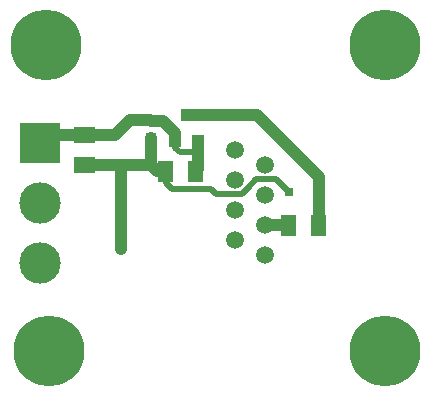
<source format=gbl>
G04 #@! TF.GenerationSoftware,KiCad,Pcbnew,(5.1.6)-1*
G04 #@! TF.CreationDate,2023-04-30T23:27:37+02:00*
G04 #@! TF.ProjectId,connecting-connector-1-wire,636f6e6e-6563-4746-996e-672d636f6e6e,rev?*
G04 #@! TF.SameCoordinates,Original*
G04 #@! TF.FileFunction,Copper,L2,Bot*
G04 #@! TF.FilePolarity,Positive*
%FSLAX46Y46*%
G04 Gerber Fmt 4.6, Leading zero omitted, Abs format (unit mm)*
G04 Created by KiCad (PCBNEW (5.1.6)-1) date 2023-04-30 23:27:37*
%MOMM*%
%LPD*%
G01*
G04 APERTURE LIST*
G04 #@! TA.AperFunction,SMDPad,CuDef*
%ADD10R,1.000000X1.000000*%
G04 #@! TD*
G04 #@! TA.AperFunction,ComponentPad*
%ADD11C,6.000000*%
G04 #@! TD*
G04 #@! TA.AperFunction,ComponentPad*
%ADD12C,0.800000*%
G04 #@! TD*
G04 #@! TA.AperFunction,SMDPad,CuDef*
%ADD13C,0.100000*%
G04 #@! TD*
G04 #@! TA.AperFunction,SMDPad,CuDef*
%ADD14R,0.800000X0.800000*%
G04 #@! TD*
G04 #@! TA.AperFunction,ComponentPad*
%ADD15R,3.500000X3.500000*%
G04 #@! TD*
G04 #@! TA.AperFunction,ComponentPad*
%ADD16C,3.500000*%
G04 #@! TD*
G04 #@! TA.AperFunction,ComponentPad*
%ADD17C,1.500000*%
G04 #@! TD*
G04 #@! TA.AperFunction,SMDPad,CuDef*
%ADD18R,0.900000X0.900000*%
G04 #@! TD*
G04 #@! TA.AperFunction,Conductor*
%ADD19C,0.500000*%
G04 #@! TD*
G04 #@! TA.AperFunction,Conductor*
%ADD20C,1.000000*%
G04 #@! TD*
G04 APERTURE END LIST*
D10*
X204216000Y-78302000D03*
X203266000Y-80502000D03*
X205166000Y-80502000D03*
D11*
X192532000Y-98298000D03*
X220980000Y-98298000D03*
X220980000Y-72390000D03*
X192278000Y-72390000D03*
D12*
X198628000Y-89662000D03*
G04 #@! TA.AperFunction,SMDPad,CuDef*
D13*
G36*
X204328000Y-83958000D02*
G01*
X204328000Y-82158000D01*
X205628000Y-82158000D01*
X205628000Y-83958000D01*
X204328000Y-83958000D01*
G37*
G04 #@! TD.AperFunction*
G04 #@! TA.AperFunction,SMDPad,CuDef*
G36*
X201788000Y-83958000D02*
G01*
X201788000Y-82158000D01*
X203088000Y-82158000D01*
X203088000Y-83958000D01*
X201788000Y-83958000D01*
G37*
G04 #@! TD.AperFunction*
G04 #@! TA.AperFunction,SMDPad,CuDef*
G36*
X214742000Y-88530000D02*
G01*
X214742000Y-86730000D01*
X216042000Y-86730000D01*
X216042000Y-88530000D01*
X214742000Y-88530000D01*
G37*
G04 #@! TD.AperFunction*
G04 #@! TA.AperFunction,SMDPad,CuDef*
G36*
X212202000Y-88530000D02*
G01*
X212202000Y-86730000D01*
X213502000Y-86730000D01*
X213502000Y-88530000D01*
X212202000Y-88530000D01*
G37*
G04 #@! TD.AperFunction*
D14*
X215392000Y-84836000D03*
X212852000Y-84836000D03*
G04 #@! TA.AperFunction,SMDPad,CuDef*
D13*
G36*
X194680000Y-81900000D02*
G01*
X196480000Y-81900000D01*
X196480000Y-83200000D01*
X194680000Y-83200000D01*
X194680000Y-81900000D01*
G37*
G04 #@! TD.AperFunction*
G04 #@! TA.AperFunction,SMDPad,CuDef*
G36*
X194680000Y-79360000D02*
G01*
X196480000Y-79360000D01*
X196480000Y-80660000D01*
X194680000Y-80660000D01*
X194680000Y-79360000D01*
G37*
G04 #@! TD.AperFunction*
D15*
X191770000Y-80645000D03*
D16*
X191770000Y-90805000D03*
X191770000Y-85725000D03*
D17*
X210820000Y-87629000D03*
X208280000Y-81279000D03*
X210820000Y-82549000D03*
X208280000Y-88899000D03*
X210820000Y-85089000D03*
X208280000Y-86359000D03*
X208280000Y-83819000D03*
X210820000Y-90169000D03*
D18*
X201168000Y-80227000D03*
X201168000Y-78777000D03*
D19*
X191770000Y-91440000D02*
X191135000Y-90805000D01*
D20*
X202438000Y-83058000D02*
X201676000Y-83058000D01*
X201168000Y-82550000D02*
X201168000Y-80227000D01*
X201676000Y-83058000D02*
X201168000Y-82550000D01*
X198628000Y-82550000D02*
X198628000Y-89662000D01*
X198628000Y-82550000D02*
X201168000Y-82550000D01*
X195580000Y-82550000D02*
X198628000Y-82550000D01*
D19*
X211765001Y-83749001D02*
X212852000Y-84836000D01*
X210126001Y-83749001D02*
X211765001Y-83749001D01*
X209421501Y-84453501D02*
X210126001Y-83749001D01*
X202438000Y-84074000D02*
X202946000Y-84582000D01*
X202946000Y-84582000D02*
X206248000Y-84582000D01*
X202438000Y-83058000D02*
X202438000Y-84074000D01*
X206248000Y-84582000D02*
X206685001Y-85019001D01*
X209421501Y-84456499D02*
X208858999Y-85019001D01*
X209421501Y-84453501D02*
X209421501Y-84456499D01*
X206685001Y-85019001D02*
X208858999Y-85019001D01*
D20*
X205166000Y-82870000D02*
X204978000Y-83058000D01*
X201168000Y-78777000D02*
X202221000Y-78777000D01*
X203266000Y-79822000D02*
X203266000Y-80502000D01*
X202221000Y-78777000D02*
X203266000Y-79822000D01*
X195580000Y-80010000D02*
X198120000Y-80010000D01*
X198120000Y-80010000D02*
X199390000Y-78740000D01*
X201131000Y-78740000D02*
X201168000Y-78777000D01*
X199390000Y-78740000D02*
X201131000Y-78740000D01*
D19*
X205166000Y-81468000D02*
X203642000Y-81468000D01*
D20*
X205166000Y-81468000D02*
X205166000Y-82870000D01*
X205166000Y-80502000D02*
X205166000Y-81468000D01*
D19*
X203266000Y-81092000D02*
X203266000Y-80502000D01*
X203642000Y-81468000D02*
X203266000Y-81092000D01*
D20*
X192405000Y-80010000D02*
X191770000Y-80645000D01*
X195580000Y-80010000D02*
X192405000Y-80010000D01*
X215392000Y-87630000D02*
X215392000Y-84836000D01*
X215392000Y-84836000D02*
X215392000Y-83566000D01*
X210128000Y-78302000D02*
X204216000Y-78302000D01*
X215392000Y-83566000D02*
X210128000Y-78302000D01*
X212851000Y-87629000D02*
X212852000Y-87630000D01*
X210820000Y-87629000D02*
X212851000Y-87629000D01*
M02*

</source>
